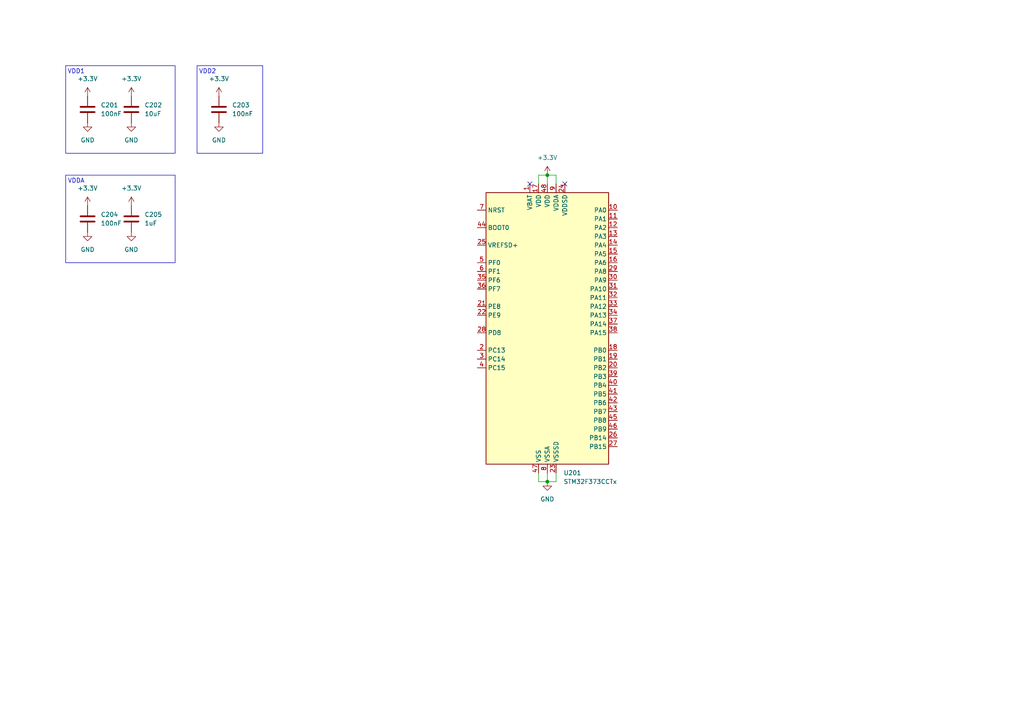
<source format=kicad_sch>
(kicad_sch (version 20250114) (generator "eeschema") (generator_version "9.0")
  (paper "A4")
  (lib_symbols
    (symbol "Device:C" (pin_numbers (hide yes)) (pin_names (offset 0.254))
      (property "Reference" "C" (at 0.635 2.54 0))
      (property "Value" "C" (at 0.635 -2.54 0))
      (symbol "C_0_1"
        (polyline (pts (xy -2.032 0.762) (xy 2.032 0.762)) (stroke (width 0.508)))
        (polyline (pts (xy -2.032 -0.762) (xy 2.032 -0.762)) (stroke (width 0.508)))
      )
      (symbol "C_1_1"
        (pin passive line (at 0 3.81 270) (length 2.794) (name "~") (number "1"))
        (pin passive line (at 0 -3.81 90) (length 2.794) (name "~") (number "2"))
      )
    )
    (symbol "MCU_ST_STM32F3:STM32F373CCTx"
      (property "Reference" "U" (at -17.78 41.91 0))
      (property "Value" "STM32F373CCTx" (at 7.62 41.91 0))
      (symbol "STM32F373CCTx_0_1"
        (rectangle (start -17.78 -38.1) (end 17.78 40.64) (stroke (width 0.254)) (fill (type background)))
      )
      (symbol "STM32F373CCTx_1_1"
        (pin input line (at -20.32 35.56 0) (length 2.54) (name "NRST") (number "7"))
        (pin input line (at -20.32 30.48 0) (length 2.54) (name "BOOT0") (number "44"))
        (pin input line (at -20.32 25.4 0) (length 2.54) (name "VREFSD+") (number "25"))
        (pin bidirectional line (at -20.32 20.32 0) (length 2.54) (name "PF0") (number "5"))
        (pin bidirectional line (at -20.32 17.78 0) (length 2.54) (name "PF1") (number "6"))
        (pin bidirectional line (at -20.32 15.24 0) (length 2.54) (name "PF6") (number "35"))
        (pin bidirectional line (at -20.32 12.7 0) (length 2.54) (name "PF7") (number "36"))
        (pin bidirectional line (at -20.32 7.62 0) (length 2.54) (name "PE8") (number "21"))
        (pin bidirectional line (at -20.32 5.08 0) (length 2.54) (name "PE9") (number "22"))
        (pin bidirectional line (at -20.32 0 0) (length 2.54) (name "PD8") (number "28"))
        (pin bidirectional line (at -20.32 -5.08 0) (length 2.54) (name "PC13") (number "2"))
        (pin bidirectional line (at -20.32 -7.62 0) (length 2.54) (name "PC14") (number "3"))
        (pin bidirectional line (at -20.32 -10.16 0) (length 2.54) (name "PC15") (number "4"))
        (pin power_in line (at -5.08 43.18 270) (length 2.54) (name "VBAT") (number "1"))
        (pin power_in line (at -2.54 43.18 270) (length 2.54) (name "VDD") (number "17"))
        (pin power_in line (at -2.54 -40.64 90) (length 2.54) (name "VSS") (number "47"))
        (pin power_in line (at 0 43.18 270) (length 2.54) (name "VDD") (number "48"))
        (pin power_in line (at 0 -40.64 90) (length 2.54) (name "VSSA") (number "8"))
        (pin power_in line (at 2.54 43.18 270) (length 2.54) (name "VDDA") (number "9"))
        (pin power_in line (at 2.54 -40.64 90) (length 2.54) (name "VSSSD") (number "23"))
        (pin power_in line (at 5.08 43.18 270) (length 2.54) (name "VDDSD") (number "24"))
        (pin bidirectional line (at 20.32 35.56 180) (length 2.54) (name "PA0") (number "10"))
        (pin bidirectional line (at 20.32 33.02 180) (length 2.54) (name "PA1") (number "11"))
        (pin bidirectional line (at 20.32 30.48 180) (length 2.54) (name "PA2") (number "12"))
        (pin bidirectional line (at 20.32 27.94 180) (length 2.54) (name "PA3") (number "13"))
        (pin bidirectional line (at 20.32 25.4 180) (length 2.54) (name "PA4") (number "14"))
        (pin bidirectional line (at 20.32 22.86 180) (length 2.54) (name "PA5") (number "15"))
        (pin bidirectional line (at 20.32 20.32 180) (length 2.54) (name "PA6") (number "16"))
        (pin bidirectional line (at 20.32 17.78 180) (length 2.54) (name "PA8") (number "29"))
        (pin bidirectional line (at 20.32 15.24 180) (length 2.54) (name "PA9") (number "30"))
        (pin bidirectional line (at 20.32 12.7 180) (length 2.54) (name "PA10") (number "31"))
        (pin bidirectional line (at 20.32 10.16 180) (length 2.54) (name "PA11") (number "32"))
        (pin bidirectional line (at 20.32 7.62 180) (length 2.54) (name "PA12") (number "33"))
        (pin bidirectional line (at 20.32 5.08 180) (length 2.54) (name "PA13") (number "34"))
        (pin bidirectional line (at 20.32 2.54 180) (length 2.54) (name "PA14") (number "37"))
        (pin bidirectional line (at 20.32 0 180) (length 2.54) (name "PA15") (number "38"))
        (pin bidirectional line (at 20.32 -5.08 180) (length 2.54) (name "PB0") (number "18"))
        (pin bidirectional line (at 20.32 -7.62 180) (length 2.54) (name "PB1") (number "19"))
        (pin bidirectional line (at 20.32 -10.16 180) (length 2.54) (name "PB2") (number "20"))
        (pin bidirectional line (at 20.32 -12.7 180) (length 2.54) (name "PB3") (number "39"))
        (pin bidirectional line (at 20.32 -15.24 180) (length 2.54) (name "PB4") (number "40"))
        (pin bidirectional line (at 20.32 -17.78 180) (length 2.54) (name "PB5") (number "41"))
        (pin bidirectional line (at 20.32 -20.32 180) (length 2.54) (name "PB6") (number "42"))
        (pin bidirectional line (at 20.32 -22.86 180) (length 2.54) (name "PB7") (number "43"))
        (pin bidirectional line (at 20.32 -25.4 180) (length 2.54) (name "PB8") (number "45"))
        (pin bidirectional line (at 20.32 -27.94 180) (length 2.54) (name "PB9") (number "46"))
        (pin bidirectional line (at 20.32 -30.48 180) (length 2.54) (name "PB14") (number "26"))
        (pin bidirectional line (at 20.32 -33.02 180) (length 2.54) (name "PB15") (number "27"))
      )
    )
    (symbol "power:+3.3V" (power) (pin_numbers (hide yes)) (pin_names (offset 0) (hide yes))
      (property "Value" "+3.3V" (at 0 3.556 0))
      (symbol "+3.3V_0_1"
        (polyline (pts (xy -0.762 1.27) (xy 0 2.54)))
        (polyline (pts (xy 0 2.54) (xy 0.762 1.27)))
        (polyline (pts (xy 0 0) (xy 0 2.54)))
      )
      (symbol "+3.3V_1_1"
        (pin power_in line (at 0 0 90) (length 0) (name "~") (number "1"))
      )
    )
    (symbol "power:GND" (power) (pin_numbers (hide yes)) (pin_names (offset 0) (hide yes))
      (property "Value" "GND" (at 0 -3.81 0))
      (symbol "GND_0_1"
        (polyline (pts (xy 0 0) (xy 0 -1.27) (xy 1.27 -1.27) (xy 0 -2.54) (xy -1.27 -1.27) (xy 0 -1.27)))
      )
      (symbol "GND_1_1"
        (pin power_in line (at 0 0 270) (length 0) (name "~") (number "1"))
      )
    )
  )
  (rectangle (start 19.05 19.05) (end 50.8 44.45))
  (rectangle (start 19.05 50.8) (end 50.8 76.2))
  (rectangle (start 57.15 19.05) (end 76.2 44.45))
  (text "VDD2" (at 60.198 20.828 0) (effects (font (size 1.27 1.27))))
  (text "VDDA" (at 22.098 52.578 0) (effects (font (size 1.27 1.27))))
  (text "VDD1" (at 22.098 20.828 0) (effects (font (size 1.27 1.27))))
  (junction (at 158.75 139.7))
  (junction (at 158.75 50.8))
  (no_connect (at 153.67 53.34))
  (no_connect (at 163.83 53.34))
  (wire (pts (xy 156.21 50.8) (xy 158.75 50.8)))
  (wire (pts (xy 158.75 137.16) (xy 158.75 139.7)))
  (wire (pts (xy 161.29 50.8) (xy 158.75 50.8)))
  (wire (pts (xy 161.29 139.7) (xy 158.75 139.7)))
  (wire (pts (xy 161.29 137.16) (xy 161.29 139.7)))
  (wire (pts (xy 156.21 53.34) (xy 156.21 50.8)))
  (wire (pts (xy 161.29 53.34) (xy 161.29 50.8)))
  (wire (pts (xy 156.21 139.7) (xy 158.75 139.7)))
  (wire (pts (xy 156.21 137.16) (xy 156.21 139.7)))
  (wire (pts (xy 158.75 50.8) (xy 158.75 53.34)))
  (symbol (lib_id "power:+3.3V") (at 25.4 27.94 0) (unit 1)
    (property "Reference" "#PWR0201" (effects (hide yes)))
    (property "Value" "+3.3V" (at 25.4 22.86 0))
    (property "Description" "Power symbol creates a global label with name \"+3.3V\"" (effects (hide yes)))
  )
  (symbol (lib_id "power:GND") (at 38.1 35.56 0) (unit 1)
    (property "Reference" "#PWR0204" (effects (hide yes)))
    (property "Value" "GND" (at 38.1 40.64 0))
    (property "Description" "Power symbol creates a global label with name \"GND\" , ground" (effects (hide yes)))
  )
  (symbol (lib_id "Device:C") (at 25.4 63.5 0) (unit 1)
    (property "Reference" "C204" (at 29.21 62.2299 0) (effects (justify left)))
    (property "Value" "100nF" (at 29.21 64.7699 0) (effects (justify left)))
    (property "Footprint" "Capacitor_SMD:C_0603_1608Metric_Pad1.08x0.95mm_HandSolder" (effects (hide yes)))
    (property "Description" "Unpolarized capacitor" (effects (hide yes)))
  )
  (symbol (lib_id "power:GND") (at 38.1 67.31 0) (unit 1)
    (property "Reference" "#PWR0210" (effects (hide yes)))
    (property "Value" "GND" (at 38.1 72.39 0))
    (property "Description" "Power symbol creates a global label with name \"GND\" , ground" (effects (hide yes)))
  )
  (symbol (lib_id "Device:C") (at 25.4 31.75 0) (unit 1)
    (property "Reference" "C201" (at 29.21 30.4799 0) (effects (justify left)))
    (property "Value" "100nF" (at 29.21 33.0199 0) (effects (justify left)))
    (property "Footprint" "Capacitor_SMD:C_0603_1608Metric_Pad1.08x0.95mm_HandSolder" (effects (hide yes)))
    (property "Description" "Unpolarized capacitor" (effects (hide yes)))
  )
  (symbol (lib_id "power:GND") (at 63.5 35.56 0) (unit 1)
    (property "Reference" "#PWR0206" (effects (hide yes)))
    (property "Value" "GND" (at 63.5 40.64 0))
    (property "Description" "Power symbol creates a global label with name \"GND\" , ground" (effects (hide yes)))
  )
  (symbol (lib_id "power:+3.3V") (at 158.75 50.8 0) (unit 1)
    (property "Reference" "#PWR0211" (effects (hide yes)))
    (property "Value" "+3.3V" (at 158.75 45.72 0))
    (property "Description" "Power symbol creates a global label with name \"+3.3V\"" (effects (hide yes)))
  )
  (symbol (lib_id "Device:C") (at 63.5 31.75 0) (unit 1)
    (property "Reference" "C203" (at 67.31 30.4799 0) (effects (justify left)))
    (property "Value" "100nF" (at 67.31 33.0199 0) (effects (justify left)))
    (property "Footprint" "Capacitor_SMD:C_0603_1608Metric_Pad1.08x0.95mm_HandSolder" (effects (hide yes)))
    (property "Description" "Unpolarized capacitor" (effects (hide yes)))
  )
  (symbol (lib_id "Device:C") (at 38.1 31.75 0) (unit 1)
    (property "Reference" "C202" (at 41.91 30.4799 0) (effects (justify left)))
    (property "Value" "10uF" (at 41.91 33.0199 0) (effects (justify left)))
    (property "Footprint" "Capacitor_SMD:C_0805_2012Metric_Pad1.18x1.45mm_HandSolder" (effects (hide yes)))
    (property "Description" "Unpolarized capacitor" (effects (hide yes)))
  )
  (symbol (lib_id "power:+3.3V") (at 25.4 59.69 0) (unit 1)
    (property "Reference" "#PWR0207" (effects (hide yes)))
    (property "Value" "+3.3V" (at 25.4 54.61 0))
    (property "Description" "Power symbol creates a global label with name \"+3.3V\"" (effects (hide yes)))
  )
  (symbol (lib_id "power:+3.3V") (at 63.5 27.94 0) (unit 1)
    (property "Reference" "#PWR0205" (effects (hide yes)))
    (property "Value" "+3.3V" (at 63.5 22.86 0))
    (property "Description" "Power symbol creates a global label with name \"+3.3V\"" (effects (hide yes)))
  )
  (symbol (lib_id "MCU_ST_STM32F3:STM32F373CCTx") (at 158.75 96.52 0) (unit 1)
    (property "Reference" "U201" (at 163.4333 137.16 0) (effects (justify left)))
    (property "Value" "STM32F373CCTx" (at 163.4333 139.7 0) (effects (justify left)))
    (property "Footprint" "Package_QFP:LQFP-48_7x7mm_P0.5mm" (effects (hide yes)))
    (property "Datasheet" "https://www.st.com/resource/en/datasheet/stm32f373cc.pdf" (effects (hide yes)))
    (property "Description" "STMicroelectronics Arm Cortex-M4 MCU, 256KB flash, 32KB RAM, 72 MHz, 2.0-3.6V, 37 GPIO, LQFP48" (effects (hide yes)))
  )
  (symbol (lib_id "power:GND") (at 25.4 67.31 0) (unit 1)
    (property "Reference" "#PWR0208" (effects (hide yes)))
    (property "Value" "GND" (at 25.4 72.39 0))
    (property "Description" "Power symbol creates a global label with name \"GND\" , ground" (effects (hide yes)))
  )
  (symbol (lib_id "power:GND") (at 25.4 35.56 0) (unit 1)
    (property "Reference" "#PWR0203" (effects (hide yes)))
    (property "Value" "GND" (at 25.4 40.64 0))
    (property "Description" "Power symbol creates a global label with name \"GND\" , ground" (effects (hide yes)))
  )
  (symbol (lib_id "Device:C") (at 38.1 63.5 0) (unit 1)
    (property "Reference" "C205" (at 41.91 62.2299 0) (effects (justify left)))
    (property "Value" "1uF" (at 41.91 64.7699 0) (effects (justify left)))
    (property "Footprint" "Capacitor_SMD:C_0805_2012Metric_Pad1.18x1.45mm_HandSolder" (effects (hide yes)))
    (property "Description" "Unpolarized capacitor" (effects (hide yes)))
  )
  (symbol (lib_id "power:GND") (at 158.75 139.7 0) (unit 1)
    (property "Reference" "#PWR0212" (effects (hide yes)))
    (property "Value" "GND" (at 158.75 144.78 0))
    (property "Description" "Power symbol creates a global label with name \"GND\" , ground" (effects (hide yes)))
  )
  (symbol (lib_id "power:+3.3V") (at 38.1 27.94 0) (unit 1)
    (property "Reference" "#PWR0202" (effects (hide yes)))
    (property "Value" "+3.3V" (at 38.1 22.86 0))
    (property "Description" "Power symbol creates a global label with name \"+3.3V\"" (effects (hide yes)))
  )
  (symbol (lib_id "power:+3.3V") (at 38.1 59.69 0) (unit 1)
    (property "Reference" "#PWR0209" (effects (hide yes)))
    (property "Value" "+3.3V" (at 38.1 54.61 0))
    (property "Description" "Power symbol creates a global label with name \"+3.3V\"" (effects (hide yes)))
  )
)
</source>
